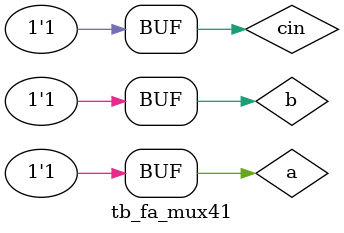
<source format=v>
module tb_fa_mux41();

reg a,b,cin;
/*verilator lint_off unusedsignal*/
wire sum,cout;
/*verilator lint_on unusedsignal*/
fa_mux41 dut(a,b,cin,sum,cout);

initial begin
	$dumpfile("tb_fa_mux41.vcd");
	$dumpvars(0,tb_fa_mux41);

	a=0;b=0;cin=0; #10;

	a=0;b=0;cin=1; #10;

	a=0;b=1;cin=0; #10;

	a=0;b=1;cin=1; #10;

	a=1;b=0;cin=0; #10;

	a=1;b=0;cin=1; #10;

	a=1;b=1;cin=0; #10;

	a=1;b=1;cin=1; #10;

end
endmodule



</source>
